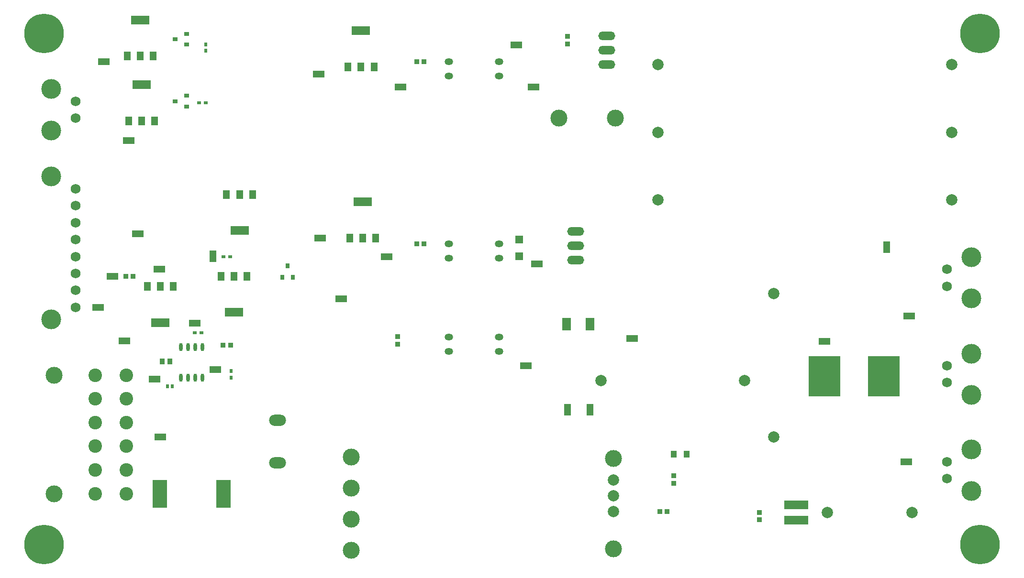
<source format=gbr>
%TF.GenerationSoftware,Altium Limited,Altium Designer,18.1.9 (240)*%
G04 Layer_Color=255*
%FSLAX26Y26*%
%MOIN*%
%TF.FileFunction,Pads,Top*%
%TF.Part,Single*%
G01*
G75*
%TA.AperFunction,SMDPad,CuDef*%
%ADD10R,0.023622X0.025197*%
%ADD11R,0.031496X0.035433*%
%ADD12R,0.029528X0.023622*%
%ADD13R,0.047244X0.059055*%
%ADD14R,0.129921X0.059055*%
%ADD15R,0.080709X0.045276*%
%ADD16R,0.045276X0.080709*%
%ADD17R,0.035433X0.039370*%
%ADD18R,0.033465X0.037402*%
%ADD19R,0.035433X0.031496*%
%ADD20R,0.023622X0.029528*%
%ADD21O,0.059055X0.047244*%
%ADD22R,0.037402X0.033465*%
%ADD23R,0.169291X0.062992*%
%ADD24R,0.098425X0.196850*%
%ADD25R,0.057087X0.053150*%
%ADD26R,0.043307X0.051181*%
%ADD27O,0.023622X0.057087*%
%ADD28R,0.220472X0.284646*%
%ADD29R,0.062992X0.086614*%
%TA.AperFunction,ComponentPad*%
%ADD32C,0.118110*%
%ADD33C,0.094488*%
%TA.AperFunction,ViaPad*%
%ADD34C,0.275591*%
%TA.AperFunction,ComponentPad*%
%ADD35C,0.068898*%
%ADD36C,0.137795*%
%ADD37C,0.078740*%
%ADD38O,0.118110X0.059055*%
%ADD39O,0.118110X0.078740*%
D10*
X1088189Y1299213D02*
D03*
X1053543D02*
D03*
D11*
X1852362Y2061024D02*
D03*
X1927165D02*
D03*
X1889764Y2139764D02*
D03*
D12*
X1489527Y2204724D02*
D03*
X1444252D02*
D03*
X1289496Y1673228D02*
D03*
X1244220D02*
D03*
X1319606Y3275197D02*
D03*
X1274331D02*
D03*
D13*
X1645669Y2637930D02*
D03*
X1555118D02*
D03*
X1464567D02*
D03*
X773622Y3602362D02*
D03*
X864173D02*
D03*
X954725D02*
D03*
X2503937Y2334646D02*
D03*
X2413386D02*
D03*
X2322835D02*
D03*
X964567Y3149606D02*
D03*
X874016D02*
D03*
X783465D02*
D03*
X1425197Y2066929D02*
D03*
X1515748D02*
D03*
X1606299D02*
D03*
X913386Y1994862D02*
D03*
X1003937D02*
D03*
X1094488D02*
D03*
X2311024Y3527559D02*
D03*
X2401575D02*
D03*
X2492126D02*
D03*
D14*
X1555118Y2385961D02*
D03*
X864173Y3854331D02*
D03*
X2413386Y2586614D02*
D03*
X874016Y3401575D02*
D03*
X1515748Y1814961D02*
D03*
X1003937Y1742894D02*
D03*
X2401575Y3779528D02*
D03*
D15*
X669291Y2066929D02*
D03*
X2106299Y3476378D02*
D03*
X997047Y2114768D02*
D03*
X570866Y1850394D02*
D03*
X783465Y3011811D02*
D03*
X609055Y3562992D02*
D03*
X2677165Y3385827D02*
D03*
X2578740Y2204724D02*
D03*
X752953Y1614803D02*
D03*
X1243701Y1738642D02*
D03*
X1387991Y1416338D02*
D03*
X2118110Y2334646D02*
D03*
X964567Y1350394D02*
D03*
X2263780Y1909449D02*
D03*
X1003937Y944882D02*
D03*
X6200787Y773622D02*
D03*
X5629921Y1614173D02*
D03*
X6220472Y1791339D02*
D03*
X846457Y2362205D02*
D03*
X3549213Y1442913D02*
D03*
X4291339Y1633858D02*
D03*
X3626968Y2151575D02*
D03*
X3602362Y3386220D02*
D03*
X3484252Y3678287D02*
D03*
D16*
X1370709Y2206496D02*
D03*
X3996063Y1136826D02*
D03*
X3838583Y1136811D02*
D03*
X6062992Y2270669D02*
D03*
D17*
X1070866Y1473583D02*
D03*
X1017717D02*
D03*
D18*
X1492480Y1585275D02*
D03*
X1441299D02*
D03*
X2840551Y2294095D02*
D03*
X2789370D02*
D03*
X763191Y2066929D02*
D03*
X814372D02*
D03*
X4482283Y427953D02*
D03*
X4533465D02*
D03*
X2840551Y3564173D02*
D03*
X2789370D02*
D03*
D19*
X1107013Y3287402D02*
D03*
X1185753Y3324803D02*
D03*
Y3250000D02*
D03*
X1107598Y3720472D02*
D03*
X1186339Y3757874D02*
D03*
Y3683071D02*
D03*
D20*
X1496063Y1360866D02*
D03*
Y1406142D02*
D03*
X1318898Y3638780D02*
D03*
Y3684055D02*
D03*
D21*
X3364173Y1544488D02*
D03*
Y1644488D02*
D03*
X3013780Y1544488D02*
D03*
Y1644488D02*
D03*
X3013780Y2294095D02*
D03*
Y2194095D02*
D03*
X3364173Y2294095D02*
D03*
Y2194095D02*
D03*
X3013779Y3564173D02*
D03*
Y3464173D02*
D03*
X3364173Y3564173D02*
D03*
Y3464173D02*
D03*
D22*
X5177165Y368110D02*
D03*
Y419291D02*
D03*
X3838583Y3738327D02*
D03*
Y3687146D02*
D03*
X2657480Y1594488D02*
D03*
Y1645669D02*
D03*
X4580709Y624413D02*
D03*
Y675594D02*
D03*
D23*
X5433071Y472441D02*
D03*
Y366142D02*
D03*
D24*
X999016Y551181D02*
D03*
X1441929D02*
D03*
D25*
X3503937Y2207323D02*
D03*
Y2323465D02*
D03*
D26*
X4580709Y826772D02*
D03*
X4671260D02*
D03*
D27*
X1296968Y1574449D02*
D03*
X1246968D02*
D03*
X1196968D02*
D03*
X1146968D02*
D03*
X1296968Y1359882D02*
D03*
X1246968D02*
D03*
X1196968D02*
D03*
X1146968D02*
D03*
D28*
X6043307Y1371062D02*
D03*
X5629921D02*
D03*
D29*
X3996063Y1732284D02*
D03*
X3834646D02*
D03*
D32*
X263779Y551181D02*
D03*
Y1377953D02*
D03*
X2332677Y807087D02*
D03*
Y590551D02*
D03*
Y374016D02*
D03*
Y157480D02*
D03*
X4158661Y797244D02*
D03*
Y167323D02*
D03*
X3779528Y3169291D02*
D03*
X4173228D02*
D03*
D33*
X767716Y1047244D02*
D03*
Y881890D02*
D03*
Y716535D02*
D03*
Y551181D02*
D03*
Y1212598D02*
D03*
X551181D02*
D03*
Y1047244D02*
D03*
Y881890D02*
D03*
Y716535D02*
D03*
Y551181D02*
D03*
Y1377953D02*
D03*
X767716D02*
D03*
D34*
X194390Y3759843D02*
D03*
Y196850D02*
D03*
X6712598Y3759843D02*
D03*
Y196850D02*
D03*
D35*
X413386Y1850394D02*
D03*
Y1968504D02*
D03*
Y2086614D02*
D03*
Y2204724D02*
D03*
Y2322835D02*
D03*
Y2440945D02*
D03*
Y2559055D02*
D03*
Y2677165D02*
D03*
Y3169291D02*
D03*
Y3287402D02*
D03*
X6483465Y2114768D02*
D03*
Y1996658D02*
D03*
Y1442913D02*
D03*
Y1324803D02*
D03*
Y773622D02*
D03*
Y655512D02*
D03*
D36*
X243307Y2761811D02*
D03*
Y1765748D02*
D03*
Y3372047D02*
D03*
Y3084646D02*
D03*
X6653543Y1912012D02*
D03*
Y2199413D02*
D03*
Y1240158D02*
D03*
Y1527559D02*
D03*
Y570866D02*
D03*
Y858268D02*
D03*
D37*
X5275591Y944882D02*
D03*
Y1944882D02*
D03*
X4074803Y1338583D02*
D03*
X5074803D02*
D03*
X5649606Y419291D02*
D03*
X6240158D02*
D03*
X4468504Y3543307D02*
D03*
X6515748D02*
D03*
Y3070866D02*
D03*
X4468504D02*
D03*
Y2598425D02*
D03*
X6515748D02*
D03*
X4158661Y644882D02*
D03*
Y536614D02*
D03*
Y427953D02*
D03*
D38*
X3897638Y2380394D02*
D03*
Y2280394D02*
D03*
Y2180394D02*
D03*
X4114173Y3541732D02*
D03*
Y3641732D02*
D03*
Y3741732D02*
D03*
D39*
X1820709Y1062992D02*
D03*
Y767716D02*
D03*
%TF.MD5,2acbc4132993b87ecdcd63ca8af9e506*%
M02*

</source>
